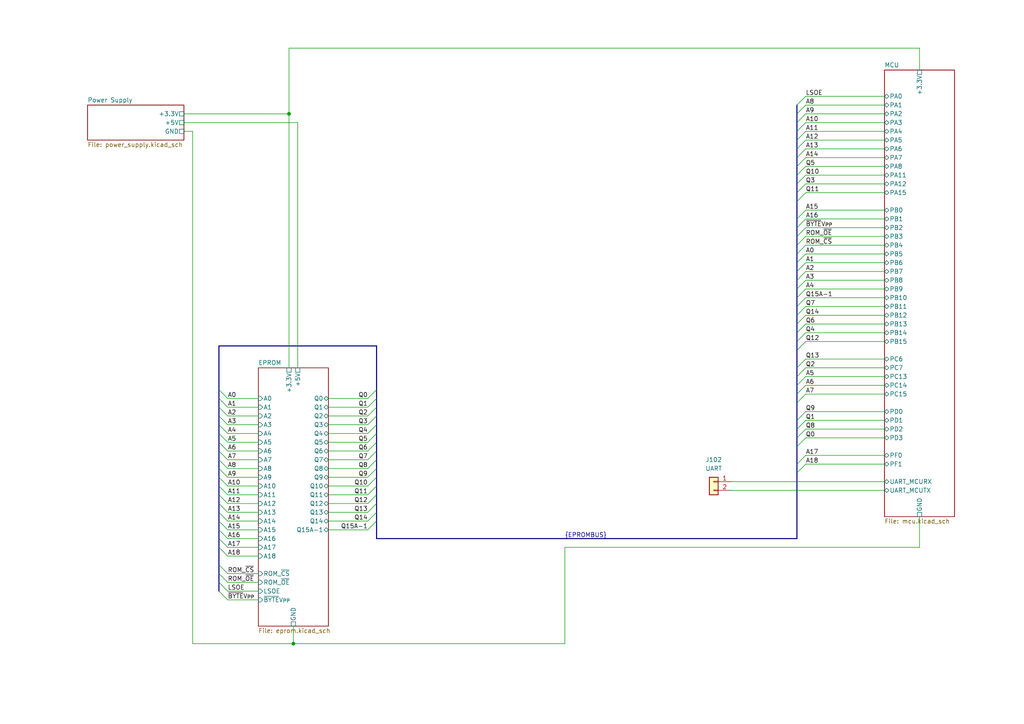
<source format=kicad_sch>
(kicad_sch (version 20230121) (generator eeschema)
  (paper "A4")
  (lib_symbols
    (symbol "Connector_Generic:Conn_01x02" (pin_names (offset 1.016) hide)
      (property "Reference" "J" (at 0 2.54 0))
      (property "Value" "Conn_01x02" (at 0 -5.08 0))
      (symbol "Conn_01x02_1_1"
        (rectangle (start -1.27 -2.413) (end 0 -2.667) (stroke (width 0.1524)))
        (rectangle (start -1.27 0.127) (end 0 -0.127) (stroke (width 0.1524)))
        (rectangle (start -1.27 1.27) (end 1.27 -3.81) (stroke (width 0.254)) (fill (type background)))
        (pin passive line (at -5.08 0 0) (length 3.81) (name "Pin_1") (number "1"))
        (pin passive line (at -5.08 -2.54 0) (length 3.81) (name "Pin_2") (number "2"))
      )
    )
  )
  (bus_alias "EPROMBUS" (members "A[0..18]" "Q[0..14]" "Q15A-1" "ROM_~{CS}" "ROM_~{OE}" "LSOE" "~{BYTE}V_{PP}"))
  (bus_alias "MCUPWR" (members "VDD" "VBAT" "VREF+" "GND"))
  (junction (at 85.09 186.69))
  (junction (at 83.82 33.02))
  (bus_entry (at 233.68 124.46) (size -2.54 2.54))
  (bus_entry (at 233.68 35.56) (size -2.54 2.54))
  (bus_entry (at 109.22 151.13) (size -2.54 2.54))
  (bus_entry (at 63.5 115.57) (size 2.54 2.54))
  (bus_entry (at 63.5 151.13) (size 2.54 2.54))
  (bus_entry (at 233.68 53.34) (size -2.54 2.54))
  (bus_entry (at 63.5 135.89) (size 2.54 2.54))
  (bus_entry (at 233.68 66.04) (size -2.54 2.54))
  (bus_entry (at 233.68 60.96) (size -2.54 2.54))
  (bus_entry (at 233.68 111.76) (size -2.54 2.54))
  (bus_entry (at 233.68 63.5) (size -2.54 2.54))
  (bus_entry (at 109.22 143.51) (size -2.54 2.54))
  (bus_entry (at 233.68 27.94) (size -2.54 2.54))
  (bus_entry (at 63.5 148.59) (size 2.54 2.54))
  (bus_entry (at 109.22 120.65) (size -2.54 2.54))
  (bus_entry (at 233.68 40.64) (size -2.54 2.54))
  (bus_entry (at 109.22 146.05) (size -2.54 2.54))
  (bus_entry (at 109.22 115.57) (size -2.54 2.54))
  (bus_entry (at 63.5 113.03) (size 2.54 2.54))
  (bus_entry (at 233.68 88.9) (size -2.54 2.54))
  (bus_entry (at 63.5 138.43) (size 2.54 2.54))
  (bus_entry (at 63.5 168.91) (size 2.54 2.54))
  (bus_entry (at 233.68 33.02) (size -2.54 2.54))
  (bus_entry (at 63.5 123.19) (size 2.54 2.54))
  (bus_entry (at 233.68 106.68) (size -2.54 2.54))
  (bus_entry (at 233.68 71.12) (size -2.54 2.54))
  (bus_entry (at 63.5 120.65) (size 2.54 2.54))
  (bus_entry (at 63.5 156.21) (size 2.54 2.54))
  (bus_entry (at 63.5 143.51) (size 2.54 2.54))
  (bus_entry (at 233.68 104.14) (size -2.54 2.54))
  (bus_entry (at 109.22 140.97) (size -2.54 2.54))
  (bus_entry (at 63.5 158.75) (size 2.54 2.54))
  (bus_entry (at 63.5 153.67) (size 2.54 2.54))
  (bus_entry (at 233.68 91.44) (size -2.54 2.54))
  (bus_entry (at 233.68 50.8) (size -2.54 2.54))
  (bus_entry (at 233.68 78.74) (size -2.54 2.54))
  (bus_entry (at 233.68 99.06) (size -2.54 2.54))
  (bus_entry (at 109.22 138.43) (size -2.54 2.54))
  (bus_entry (at 233.68 109.22) (size -2.54 2.54))
  (bus_entry (at 63.5 130.81) (size 2.54 2.54))
  (bus_entry (at 233.68 73.66) (size -2.54 2.54))
  (bus_entry (at 109.22 133.35) (size -2.54 2.54))
  (bus_entry (at 63.5 140.97) (size 2.54 2.54))
  (bus_entry (at 63.5 163.83) (size 2.54 2.54))
  (bus_entry (at 109.22 128.27) (size -2.54 2.54))
  (bus_entry (at 109.22 123.19) (size -2.54 2.54))
  (bus_entry (at 233.68 121.92) (size -2.54 2.54))
  (bus_entry (at 63.5 166.37) (size 2.54 2.54))
  (bus_entry (at 233.68 119.38) (size -2.54 2.54))
  (bus_entry (at 233.68 86.36) (size -2.54 2.54))
  (bus_entry (at 109.22 113.03) (size -2.54 2.54))
  (bus_entry (at 109.22 135.89) (size -2.54 2.54))
  (bus_entry (at 233.68 114.3) (size -2.54 2.54))
  (bus_entry (at 63.5 125.73) (size 2.54 2.54))
  (bus_entry (at 109.22 118.11) (size -2.54 2.54))
  (bus_entry (at 63.5 133.35) (size 2.54 2.54))
  (bus_entry (at 109.22 130.81) (size -2.54 2.54))
  (bus_entry (at 233.68 43.18) (size -2.54 2.54))
  (bus_entry (at 233.68 76.2) (size -2.54 2.54))
  (bus_entry (at 233.68 30.48) (size -2.54 2.54))
  (bus_entry (at 63.5 128.27) (size 2.54 2.54))
  (bus_entry (at 233.68 68.58) (size -2.54 2.54))
  (bus_entry (at 233.68 38.1) (size -2.54 2.54))
  (bus_entry (at 109.22 148.59) (size -2.54 2.54))
  (bus_entry (at 233.68 55.88) (size -2.54 2.54))
  (bus_entry (at 63.5 118.11) (size 2.54 2.54))
  (bus_entry (at 233.68 48.26) (size -2.54 2.54))
  (bus_entry (at 63.5 146.05) (size 2.54 2.54))
  (bus_entry (at 233.68 127) (size -2.54 2.54))
  (bus_entry (at 233.68 93.98) (size -2.54 2.54))
  (bus_entry (at 233.68 81.28) (size -2.54 2.54))
  (bus_entry (at 233.68 132.08) (size -2.54 2.54))
  (bus_entry (at 233.68 134.62) (size -2.54 2.54))
  (bus_entry (at 233.68 45.72) (size -2.54 2.54))
  (bus_entry (at 233.68 83.82) (size -2.54 2.54))
  (bus_entry (at 63.5 171.45) (size 2.54 2.54))
  (bus_entry (at 233.68 96.52) (size -2.54 2.54))
  (bus_entry (at 109.22 125.73) (size -2.54 2.54))
  (wire (pts (xy 233.68 114.3) (xy 256.54 114.3)))
  (wire (pts (xy 233.68 86.36) (xy 256.54 86.36)))
  (bus (pts (xy 231.14 99.06) (xy 231.14 101.6)))
  (bus (pts (xy 231.14 55.88) (xy 231.14 58.42)))
  (bus (pts (xy 109.22 135.89) (xy 109.22 138.43)))
  (wire (pts (xy 95.25 115.57) (xy 106.68 115.57)))
  (bus (pts (xy 231.14 111.76) (xy 231.14 114.3)))
  (wire (pts (xy 233.68 91.44) (xy 256.54 91.44)))
  (wire (pts (xy 95.25 153.67) (xy 106.68 153.67)))
  (bus (pts (xy 63.5 138.43) (xy 63.5 140.97)))
  (wire (pts (xy 233.68 55.88) (xy 256.54 55.88)))
  (wire (pts (xy 233.68 48.26) (xy 256.54 48.26)))
  (wire (pts (xy 66.04 133.35) (xy 74.93 133.35)))
  (wire (pts (xy 66.04 158.75) (xy 74.93 158.75)))
  (wire (pts (xy 212.09 142.24) (xy 256.54 142.24)))
  (bus (pts (xy 231.14 127) (xy 231.14 129.54)))
  (wire (pts (xy 66.04 151.13) (xy 74.93 151.13)))
  (bus (pts (xy 231.14 106.68) (xy 231.14 109.22)))
  (bus (pts (xy 231.14 116.84) (xy 231.14 121.92)))
  (bus (pts (xy 63.5 100.33) (xy 63.5 113.03)))
  (bus (pts (xy 231.14 134.62) (xy 231.14 137.16)))
  (wire (pts (xy 233.68 35.56) (xy 256.54 35.56)))
  (wire (pts (xy 86.36 35.56) (xy 86.36 106.68)))
  (wire (pts (xy 233.68 106.68) (xy 256.54 106.68)))
  (bus (pts (xy 231.14 45.72) (xy 231.14 48.26)))
  (wire (pts (xy 233.68 71.12) (xy 256.54 71.12)))
  (wire (pts (xy 233.68 121.92) (xy 256.54 121.92)))
  (wire (pts (xy 233.68 60.96) (xy 256.54 60.96)))
  (bus (pts (xy 109.22 100.33) (xy 109.22 113.03)))
  (bus (pts (xy 109.22 125.73) (xy 109.22 128.27)))
  (wire (pts (xy 233.68 38.1) (xy 256.54 38.1)))
  (wire (pts (xy 95.25 146.05) (xy 106.68 146.05)))
  (bus (pts (xy 109.22 130.81) (xy 109.22 133.35)))
  (bus (pts (xy 109.22 123.19) (xy 109.22 125.73)))
  (wire (pts (xy 233.68 111.76) (xy 256.54 111.76)))
  (bus (pts (xy 231.14 48.26) (xy 231.14 50.8)))
  (bus (pts (xy 231.14 121.92) (xy 231.14 124.46)))
  (bus (pts (xy 231.14 124.46) (xy 231.14 127)))
  (bus (pts (xy 231.14 40.64) (xy 231.14 43.18)))
  (wire (pts (xy 266.7 13.97) (xy 266.7 20.32)))
  (bus (pts (xy 63.5 135.89) (xy 63.5 138.43)))
  (bus (pts (xy 63.5 115.57) (xy 63.5 118.11)))
  (wire (pts (xy 163.83 186.69) (xy 163.83 158.75)))
  (bus (pts (xy 231.14 83.82) (xy 231.14 86.36)))
  (wire (pts (xy 66.04 161.29) (xy 74.93 161.29)))
  (bus (pts (xy 109.22 146.05) (xy 109.22 148.59)))
  (bus (pts (xy 231.14 88.9) (xy 231.14 91.44)))
  (bus (pts (xy 231.14 73.66) (xy 231.14 76.2)))
  (wire (pts (xy 66.04 153.67) (xy 74.93 153.67)))
  (bus (pts (xy 231.14 114.3) (xy 231.14 116.84)))
  (bus (pts (xy 231.14 137.16) (xy 231.14 156.21)))
  (wire (pts (xy 95.25 133.35) (xy 106.68 133.35)))
  (wire (pts (xy 233.68 53.34) (xy 256.54 53.34)))
  (wire (pts (xy 66.04 166.37) (xy 74.93 166.37)))
  (bus (pts (xy 231.14 96.52) (xy 231.14 99.06)))
  (wire (pts (xy 233.68 119.38) (xy 256.54 119.38)))
  (wire (pts (xy 95.25 123.19) (xy 106.68 123.19)))
  (wire (pts (xy 212.09 139.7) (xy 256.54 139.7)))
  (wire (pts (xy 233.68 132.08) (xy 256.54 132.08)))
  (bus (pts (xy 231.14 50.8) (xy 231.14 53.34)))
  (wire (pts (xy 163.83 158.75) (xy 266.7 158.75)))
  (bus (pts (xy 231.14 38.1) (xy 231.14 40.64)))
  (wire (pts (xy 233.68 104.14) (xy 256.54 104.14)))
  (wire (pts (xy 95.25 128.27) (xy 106.68 128.27)))
  (bus (pts (xy 231.14 35.56) (xy 231.14 38.1)))
  (wire (pts (xy 233.68 73.66) (xy 256.54 73.66)))
  (wire (pts (xy 233.68 33.02) (xy 256.54 33.02)))
  (wire (pts (xy 66.04 118.11) (xy 74.93 118.11)))
  (bus (pts (xy 231.14 81.28) (xy 231.14 83.82)))
  (wire (pts (xy 83.82 13.97) (xy 266.7 13.97)))
  (bus (pts (xy 63.5 133.35) (xy 63.5 135.89)))
  (wire (pts (xy 83.82 13.97) (xy 83.82 33.02)))
  (bus (pts (xy 109.22 148.59) (xy 109.22 151.13)))
  (bus (pts (xy 231.14 68.58) (xy 231.14 71.12)))
  (bus (pts (xy 109.22 138.43) (xy 109.22 140.97)))
  (wire (pts (xy 233.68 88.9) (xy 256.54 88.9)))
  (wire (pts (xy 95.25 143.51) (xy 106.68 143.51)))
  (wire (pts (xy 233.68 63.5) (xy 256.54 63.5)))
  (wire (pts (xy 233.68 78.74) (xy 256.54 78.74)))
  (bus (pts (xy 231.14 129.54) (xy 231.14 134.62)))
  (bus (pts (xy 231.14 91.44) (xy 231.14 93.98)))
  (wire (pts (xy 95.25 148.59) (xy 106.68 148.59)))
  (wire (pts (xy 53.34 33.02) (xy 83.82 33.02)))
  (bus (pts (xy 231.14 101.6) (xy 231.14 106.68)))
  (bus (pts (xy 231.14 86.36) (xy 231.14 88.9)))
  (bus (pts (xy 63.5 130.81) (xy 63.5 133.35)))
  (bus (pts (xy 63.5 118.11) (xy 63.5 120.65)))
  (wire (pts (xy 233.68 76.2) (xy 256.54 76.2)))
  (wire (pts (xy 233.68 127) (xy 256.54 127)))
  (bus (pts (xy 63.5 128.27) (xy 63.5 130.81)))
  (bus (pts (xy 109.22 120.65) (xy 109.22 123.19)))
  (wire (pts (xy 66.04 173.99) (xy 74.93 173.99)))
  (wire (pts (xy 95.25 135.89) (xy 106.68 135.89)))
  (wire (pts (xy 66.04 146.05) (xy 74.93 146.05)))
  (wire (pts (xy 233.68 30.48) (xy 256.54 30.48)))
  (wire (pts (xy 66.04 123.19) (xy 74.93 123.19)))
  (bus (pts (xy 63.5 100.33) (xy 109.22 100.33)))
  (bus (pts (xy 63.5 125.73) (xy 63.5 128.27)))
  (bus (pts (xy 63.5 153.67) (xy 63.5 156.21)))
  (bus (pts (xy 63.5 158.75) (xy 63.5 163.83)))
  (wire (pts (xy 66.04 135.89) (xy 74.93 135.89)))
  (wire (pts (xy 66.04 115.57) (xy 74.93 115.57)))
  (bus (pts (xy 231.14 71.12) (xy 231.14 73.66)))
  (bus (pts (xy 109.22 156.21) (xy 231.14 156.21)))
  (wire (pts (xy 233.68 99.06) (xy 256.54 99.06)))
  (bus (pts (xy 63.5 151.13) (xy 63.5 153.67)))
  (wire (pts (xy 233.68 50.8) (xy 256.54 50.8)))
  (bus (pts (xy 231.14 76.2) (xy 231.14 78.74)))
  (bus (pts (xy 109.22 118.11) (xy 109.22 120.65)))
  (bus (pts (xy 231.14 58.42) (xy 231.14 63.5)))
  (bus (pts (xy 231.14 78.74) (xy 231.14 81.28)))
  (bus (pts (xy 231.14 66.04) (xy 231.14 68.58)))
  (wire (pts (xy 66.04 130.81) (xy 74.93 130.81)))
  (wire (pts (xy 53.34 35.56) (xy 86.36 35.56)))
  (bus (pts (xy 109.22 140.97) (xy 109.22 143.51)))
  (wire (pts (xy 233.68 124.46) (xy 256.54 124.46)))
  (wire (pts (xy 233.68 40.64) (xy 256.54 40.64)))
  (bus (pts (xy 109.22 143.51) (xy 109.22 146.05)))
  (wire (pts (xy 233.68 109.22) (xy 256.54 109.22)))
  (bus (pts (xy 63.5 120.65) (xy 63.5 123.19)))
  (bus (pts (xy 63.5 143.51) (xy 63.5 146.05)))
  (wire (pts (xy 233.68 81.28) (xy 256.54 81.28)))
  (wire (pts (xy 66.04 138.43) (xy 74.93 138.43)))
  (wire (pts (xy 66.04 140.97) (xy 74.93 140.97)))
  (wire (pts (xy 66.04 156.21) (xy 74.93 156.21)))
  (wire (pts (xy 233.68 83.82) (xy 256.54 83.82)))
  (bus (pts (xy 63.5 146.05) (xy 63.5 148.59)))
  (bus (pts (xy 231.14 93.98) (xy 231.14 96.52)))
  (wire (pts (xy 55.88 186.69) (xy 85.09 186.69)))
  (wire (pts (xy 95.25 120.65) (xy 106.68 120.65)))
  (wire (pts (xy 95.25 151.13) (xy 106.68 151.13)))
  (bus (pts (xy 231.14 109.22) (xy 231.14 111.76)))
  (bus (pts (xy 231.14 43.18) (xy 231.14 45.72)))
  (wire (pts (xy 95.25 140.97) (xy 106.68 140.97)))
  (wire (pts (xy 233.68 134.62) (xy 256.54 134.62)))
  (wire (pts (xy 53.34 38.1) (xy 55.88 38.1)))
  (bus (pts (xy 63.5 166.37) (xy 63.5 168.91)))
  (bus (pts (xy 231.14 30.48) (xy 231.14 33.02)))
  (bus (pts (xy 231.14 33.02) (xy 231.14 35.56)))
  (bus (pts (xy 109.22 115.57) (xy 109.22 118.11)))
  (wire (pts (xy 95.25 125.73) (xy 106.68 125.73)))
  (bus (pts (xy 109.22 151.13) (xy 109.22 156.21)))
  (bus (pts (xy 63.5 156.21) (xy 63.5 158.75)))
  (wire (pts (xy 66.04 168.91) (xy 74.93 168.91)))
  (bus (pts (xy 231.14 53.34) (xy 231.14 55.88)))
  (bus (pts (xy 63.5 113.03) (xy 63.5 115.57)))
  (bus (pts (xy 109.22 133.35) (xy 109.22 135.89)))
  (wire (pts (xy 66.04 125.73) (xy 74.93 125.73)))
  (bus (pts (xy 63.5 123.19) (xy 63.5 125.73)))
  (wire (pts (xy 233.68 66.04) (xy 256.54 66.04)))
  (bus (pts (xy 63.5 140.97) (xy 63.5 143.51)))
  (wire (pts (xy 233.68 43.18) (xy 256.54 43.18)))
  (wire (pts (xy 233.68 68.58) (xy 256.54 68.58)))
  (wire (pts (xy 66.04 128.27) (xy 74.93 128.27)))
  (bus (pts (xy 109.22 128.27) (xy 109.22 130.81)))
  (wire (pts (xy 95.25 138.43) (xy 106.68 138.43)))
  (wire (pts (xy 233.68 96.52) (xy 256.54 96.52)))
  (bus (pts (xy 63.5 168.91) (xy 63.5 171.45)))
  (bus (pts (xy 63.5 163.83) (xy 63.5 166.37)))
  (wire (pts (xy 66.04 148.59) (xy 74.93 148.59)))
  (wire (pts (xy 55.88 38.1) (xy 55.88 186.69)))
  (wire (pts (xy 233.68 93.98) (xy 256.54 93.98)))
  (wire (pts (xy 233.68 27.94) (xy 256.54 27.94)))
  (wire (pts (xy 95.25 118.11) (xy 106.68 118.11)))
  (wire (pts (xy 66.04 143.51) (xy 74.93 143.51)))
  (bus (pts (xy 231.14 63.5) (xy 231.14 66.04)))
  (wire (pts (xy 66.04 120.65) (xy 74.93 120.65)))
  (wire (pts (xy 95.25 130.81) (xy 106.68 130.81)))
  (wire (pts (xy 66.04 171.45) (xy 74.93 171.45)))
  (bus (pts (xy 63.5 148.59) (xy 63.5 151.13)))
  (wire (pts (xy 85.09 186.69) (xy 85.09 181.61)))
  (wire (pts (xy 85.09 186.69) (xy 163.83 186.69)))
  (wire (pts (xy 233.68 45.72) (xy 256.54 45.72)))
  (wire (pts (xy 83.82 33.02) (xy 83.82 106.68)))
  (wire (pts (xy 266.7 149.86) (xy 266.7 158.75)))
  (bus (pts (xy 109.22 113.03) (xy 109.22 115.57)))
  (label "Q13" (at 106.68 148.59 180))
  (label "ROM_~{OE}" (at 233.68 68.58 0))
  (label "A15" (at 66.04 153.67 0))
  (label "Q13" (at 233.68 104.14 0))
  (label "Q14" (at 233.68 91.44 0))
  (label "Q5" (at 233.68 48.26 0))
  (label "Q4" (at 233.68 96.52 0))
  (label "Q8" (at 106.68 135.89 180))
  (label "A7" (at 66.04 133.35 0))
  (label "Q3" (at 106.68 123.19 180))
  (label "Q2" (at 233.68 106.68 0))
  (label "Q10" (at 106.68 140.97 180))
  (label "ROM_~{CS}" (at 66.04 166.37 0))
  (label "Q7" (at 106.68 133.35 180))
  (label "A17" (at 233.68 132.08 0))
  (label "A0" (at 66.04 115.57 0))
  (label "A9" (at 233.68 33.02 0))
  (label "Q5" (at 106.68 128.27 180))
  (label "A0" (at 233.68 73.66 0))
  (label "Q11" (at 106.68 143.51 180))
  (label "LSOE" (at 66.04 171.45 0))
  (label "A2" (at 66.04 120.65 0))
  (label "A10" (at 66.04 140.97 0))
  (label "A3" (at 233.68 81.28 0))
  (label "A10" (at 233.68 35.56 0))
  (label "A16" (at 233.68 63.5 0))
  (label "A11" (at 66.04 143.51 0))
  (label "A4" (at 66.04 125.73 0))
  (label "Q10" (at 233.68 50.8 0))
  (label "Q8" (at 233.68 124.46 0))
  (label "Q1" (at 233.68 121.92 0))
  (label "~{BYTE}V_{PP}" (at 233.68 66.04 0))
  (label "A9" (at 66.04 138.43 0))
  (label "A1" (at 233.68 76.2 0))
  (label "A5" (at 233.68 109.22 0))
  (label "Q12" (at 233.68 99.06 0))
  (label "Q0" (at 233.68 127 0))
  (label "Q0" (at 106.68 115.57 180))
  (label "A8" (at 66.04 135.89 0))
  (label "A3" (at 66.04 123.19 0))
  (label "Q9" (at 233.68 119.38 0))
  (label "A13" (at 233.68 43.18 0))
  (label "Q4" (at 106.68 125.73 180))
  (label "Q1" (at 106.68 118.11 180))
  (label "A11" (at 233.68 38.1 0))
  (label "A18" (at 233.68 134.62 0))
  (label "A12" (at 66.04 146.05 0))
  (label "A18" (at 66.04 161.29 0))
  (label "Q6" (at 106.68 130.81 180))
  (label "Q15A-1" (at 233.68 86.36 0))
  (label "A4" (at 233.68 83.82 0))
  (label "A1" (at 66.04 118.11 0))
  (label "ROM_~{CS}" (at 233.68 71.12 0))
  (label "A15" (at 233.68 60.96 0))
  (label "Q6" (at 233.68 93.98 0))
  (label "A14" (at 233.68 45.72 0))
  (label "Q2" (at 106.68 120.65 180))
  (label "A2" (at 233.68 78.74 0))
  (label "~{BYTE}V_{PP}" (at 66.04 173.99 0))
  (label "Q12" (at 106.68 146.05 180))
  (label "Q14" (at 106.68 151.13 180))
  (label "Q11" (at 233.68 55.88 0))
  (label "Q7" (at 233.68 88.9 0))
  (label "A13" (at 66.04 148.59 0))
  (label "A6" (at 66.04 130.81 0))
  (label "LSOE" (at 233.68 27.94 0))
  (label "Q3" (at 233.68 53.34 0))
  (label "A6" (at 233.68 111.76 0))
  (label "A12" (at 233.68 40.64 0))
  (label "{EPROMBUS}" (at 163.83 156.21 0))
  (label "ROM_~{OE}" (at 66.04 168.91 0))
  (label "Q15A-1" (at 106.68 153.67 180))
  (label "Q9" (at 106.68 138.43 180))
  (label "A14" (at 66.04 151.13 0))
  (label "A5" (at 66.04 128.27 0))
  (label "A8" (at 233.68 30.48 0))
  (label "A16" (at 66.04 156.21 0))
  (label "A17" (at 66.04 158.75 0))
  (label "A7" (at 233.68 114.3 0))
  (symbol (lib_id "Connector_Generic:Conn_01x02") (at 207.01 139.7 0) (mirror y) (unit 1)
    (property "Reference" "J102" (at 207.01 133.35 0))
    (property "Value" "UART" (at 207.01 135.89 0))
    (property "Footprint" "Connector_PinHeader_2.54mm:PinHeader_2x01_P2.54mm_Vertical_SMD" (effects hide))
    (property "LCSC" "C2884014" (effects hide))
  )
  (sheet (at 256.54 20.32) (size 20.32 129.54) (stroke (width 0.1524))
    (property "Sheetname" "MCU" (at 256.54 19.6084 0) (effects (justify left bottom)))
    (property "Sheetfile" "mcu.kicad_sch" (at 256.54 150.4446 0) (effects (justify left top)))
    (pin "GND" passive (at 266.7 149.86 270))
    (pin "PA6" bidirectional (at 256.54 43.18 180))
    (pin "PA8" bidirectional (at 256.54 48.26 180))
    (pin "PA5" bidirectional (at 256.54 40.64 180))
    (pin "PA7" bidirectional (at 256.54 45.72 180))
    (pin "PA11" bidirectional (at 256.54 50.8 180))
    (pin "PA15" bidirectional (at 256.54 55.88 180))
    (pin "PA12" bidirectional (at 256.54 53.34 180))
    (pin "PA0" bidirectional (at 256.54 27.94 180))
    (pin "PA1" bidirectional (at 256.54 30.48 180))
    (pin "PA2" bidirectional (at 256.54 33.02 180))
    (pin "PA3" bidirectional (at 256.54 35.56 180))
    (pin "PA4" bidirectional (at 256.54 38.1 180))
    (pin "+3.3V" passive (at 266.7 20.32 90))
    (pin "PF1" bidirectional (at 256.54 134.62 180))
    (pin "PF0" bidirectional (at 256.54 132.08 180))
    (pin "PC6" bidirectional (at 256.54 104.14 180))
    (pin "PC7" bidirectional (at 256.54 106.68 180))
    (pin "PC13" bidirectional (at 256.54 109.22 180))
    (pin "PC15" bidirectional (at 256.54 114.3 180))
    (pin "PD3" bidirectional (at 256.54 127 180))
    (pin "PC14" bidirectional (at 256.54 111.76 180))
    (pin "PB1" bidirectional (at 256.54 63.5 180))
    (pin "PB0" bidirectional (at 256.54 60.96 180))
    (pin "UART_MCURX" bidirectional (at 256.54 139.7 180))
    (pin "UART_MCUTX" bidirectional (at 256.54 142.24 180))
    (pin "PB4" bidirectional (at 256.54 71.12 180))
    (pin "PB5" bidirectional (at 256.54 73.66 180))
    (pin "PB3" bidirectional (at 256.54 68.58 180))
    (pin "PB2" bidirectional (at 256.54 66.04 180))
    (pin "PB13" bidirectional (at 256.54 93.98 180))
    (pin "PB12" bidirectional (at 256.54 91.44 180))
    (pin "PB15" bidirectional (at 256.54 99.06 180))
    (pin "PB14" bidirectional (at 256.54 96.52 180))
    (pin "PB9" bidirectional (at 256.54 83.82 180))
    (pin "PB8" bidirectional (at 256.54 81.28 180))
    (pin "PB7" bidirectional (at 256.54 78.74 180))
    (pin "PB11" bidirectional (at 256.54 88.9 180))
    (pin "PB10" bidirectional (at 256.54 86.36 180))
    (pin "PB6" bidirectional (at 256.54 76.2 180))
    (pin "PD0" bidirectional (at 256.54 119.38 180))
    (pin "PD1" bidirectional (at 256.54 121.92 180))
    (pin "PD2" bidirectional (at 256.54 124.46 180))
  )
  (sheet (at 74.93 106.68) (size 20.32 74.93) (stroke (width 0.1524))
    (property "Sheetname" "EPROM" (at 74.93 105.9684 0) (effects (justify left bottom)))
    (property "Sheetfile" "eprom.kicad_sch" (at 74.93 182.1946 0) (effects (justify left top)))
    (pin "Q14" bidirectional (at 95.25 151.13 0))
    (pin "A0" input (at 74.93 115.57 180))
    (pin "A18" input (at 74.93 161.29 180))
    (pin "LSOE" input (at 74.93 171.45 180))
    (pin "~{BYTE}V_{PP}" input (at 74.93 173.99 180))
    (pin "Q0" bidirectional (at 95.25 115.57 0))
    (pin "Q15A-1" bidirectional (at 95.25 153.67 0))
    (pin "GND" passive (at 85.09 181.61 270))
    (pin "+3.3V" passive (at 83.82 106.68 90))
    (pin "+5V" passive (at 86.36 106.68 90))
    (pin "A12" input (at 74.93 146.05 180))
    (pin "A13" input (at 74.93 148.59 180))
    (pin "A8" input (at 74.93 135.89 180))
    (pin "A9" input (at 74.93 138.43 180))
    (pin "A11" input (at 74.93 143.51 180))
    (pin "A10" input (at 74.93 140.97 180))
    (pin "A15" input (at 74.93 153.67 180))
    (pin "A14" input (at 74.93 151.13 180))
    (pin "A16" input (at 74.93 156.21 180))
    (pin "Q7" bidirectional (at 95.25 133.35 0))
    (pin "Q6" bidirectional (at 95.25 130.81 0))
    (pin "A5" input (at 74.93 128.27 180))
    (pin "A3" input (at 74.93 123.19 180))
    (pin "A6" input (at 74.93 130.81 180))
    (pin "A4" input (at 74.93 125.73 180))
    (pin "A7" input (at 74.93 133.35 180))
    (pin "A17" input (at 74.93 158.75 180))
    (pin "A2" input (at 74.93 120.65 180))
    (pin "Q9" bidirectional (at 95.25 138.43 0))
    (pin "Q8" bidirectional (at 95.25 135.89 0))
    (pin "Q1" bidirectional (at 95.25 118.11 0))
    (pin "A1" input (at 74.93 118.11 180))
    (pin "Q13" bidirectional (at 95.25 148.59 0))
    (pin "Q4" bidirectional (at 95.25 125.73 0))
    (pin "Q5" bidirectional (at 95.25 128.27 0))
    (pin "Q12" bidirectional (at 95.25 146.05 0))
    (pin "Q2" bidirectional (at 95.25 120.65 0))
    (pin "Q11" bidirectional (at 95.25 143.51 0))
    (pin "Q10" bidirectional (at 95.25 140.97 0))
    (pin "Q3" bidirectional (at 95.25 123.19 0))
    (pin "ROM_~{CS}" input (at 74.93 166.37 180))
    (pin "ROM_~{OE}" input (at 74.93 168.91 180))
  )
  (sheet (at 25.4 30.48) (size 27.94 10.16) (stroke (width 0.1524))
    (property "Sheetname" "Power Supply" (at 25.4 29.7684 0) (effects (justify left bottom)))
    (property "Sheetfile" "power_supply.kicad_sch" (at 25.4 41.2246 0) (effects (justify left top)))
    (pin "+5V" passive (at 53.34 35.56 0))
    (pin "+3.3V" passive (at 53.34 33.02 0))
    (pin "GND" passive (at 53.34 38.1 0))
  )
)
</source>
